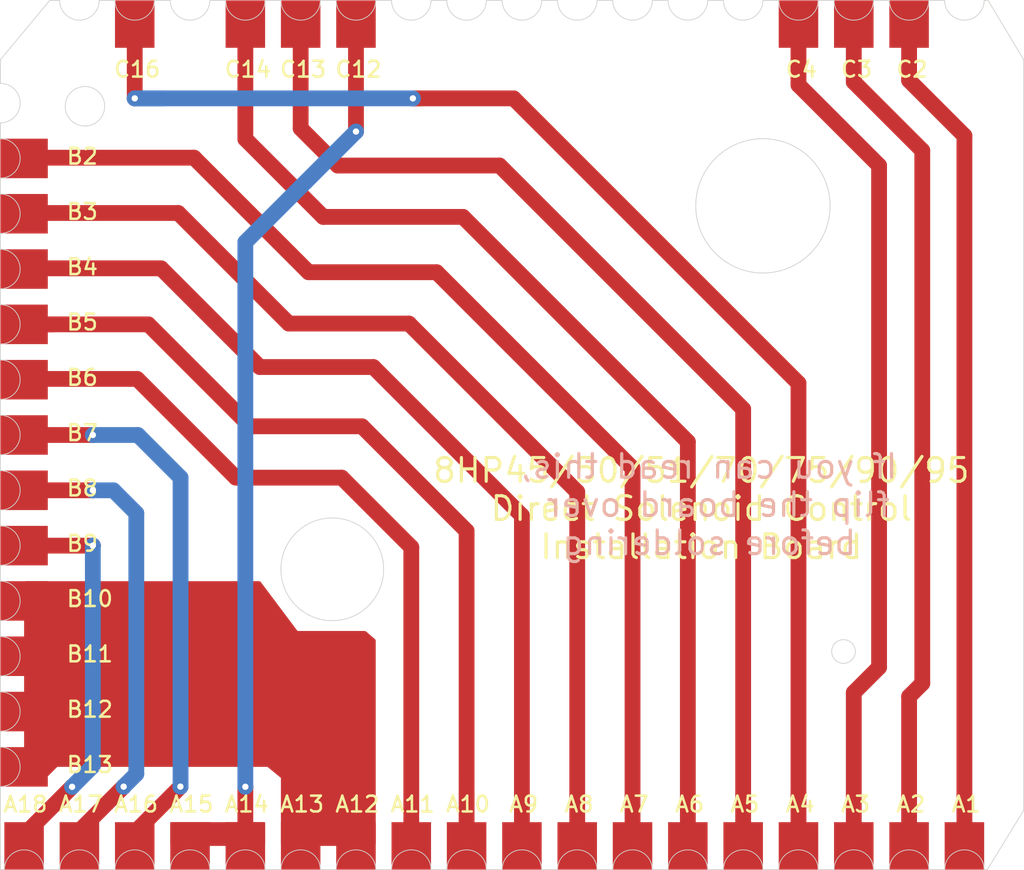
<source format=kicad_pcb>
(kicad_pcb (version 20241229) (generator "pcbnew") (generator_version "9.0")
  (layers (0 "F.Cu" signal) (2 "B.Cu" signal) (13 "F.Paste" user) (15 "B.Paste" user) (5 "F.SilkS" user "F.Silkscreen") (7 "B.SilkS" user "B.Silkscreen") (1 "F.Mask" user) (3 "B.Mask" user) (25 "Edge.Cuts" user))
  (net 0 "")
  (net 1 "Net-(8hpTCU1-PadA14)")
  (net 2 "Net-(8hpTCU1-PadA12)")
  (net 3 "Net-(8hpTCU1-PadA5)")
  (net 4 "Net-(8hpTCU1-PadA8)")
  (net 5 "Net-(8hpTCU1-PadA7)")
  (net 6 "Net-(8hpTCU1-PadA16)")
  (net 7 "Net-(8hpTCU1-PadA11)")
  (net 8 "Net-(8hpTCU1-PadA10)")
  (net 9 "Net-(8hpTCU1-PadA18)")
  (net 10 "Net-(8hpTCU1-PadA4)")
  (net 11 "Net-(8hpTCU1-PadA3)")
  (net 12 "Net-(8hpTCU1-PadA1)")
  (net 13 "Net-(8hpTCU1-PadA17)")
  (net 14 "Net-(8hpTCU1-PadA6)")
  (net 15 "Net-(8hpTCU1-PadA2)")
  (net 16 "Net-(8hpTCU1-PadA9)")
  (footprint "8hpTCU:8hpTCU" (layer "F.Cu") (at 176.4 105.8)
    (property "Reference" "8hpTCU1" (hide yes))
    (property "Value" "~" (hide yes))
    (fp_line (start -36 -13.25) (end -36 -11.75) (stroke (width 0.05)) (layer "Edge.Cuts"))
    (fp_line (start -36 -8.25) (end -36 -9.25) (stroke (width 0.05)) (layer "Edge.Cuts"))
    (fp_line (start -36 -4.75) (end -36 -5.75) (stroke (width 0.05)) (layer "Edge.Cuts"))
    (fp_line (start -36 -1.25) (end -36 -2.25) (stroke (width 0.05)) (layer "Edge.Cuts"))
    (fp_line (start -36 2.25) (end -36 1.25) (stroke (width 0.05)) (layer "Edge.Cuts"))
    (fp_line (start -36 5.75) (end -36 4.75) (stroke (width 0.05)) (layer "Edge.Cuts"))
    (fp_line (start -36 9.25) (end -36 8.25) (stroke (width 0.05)) (layer "Edge.Cuts"))
    (fp_line (start -36 12.75) (end -36 11.75) (stroke (width 0.05)) (layer "Edge.Cuts"))
    (fp_line (start -36 16.25) (end -36 15.25) (stroke (width 0.05)) (layer "Edge.Cuts"))
    (fp_line (start -36 19.75) (end -36 18.75) (stroke (width 0.05)) (layer "Edge.Cuts"))
    (fp_line (start -36 23.25) (end -36 22.25) (stroke (width 0.05)) (layer "Edge.Cuts"))
    (fp_line (start -36 26.75) (end -36 25.75) (stroke (width 0.05)) (layer "Edge.Cuts"))
    (fp_line (start -36 30.25) (end -36 29.25) (stroke (width 0.05)) (layer "Edge.Cuts"))
    (fp_line (start -36 38) (end -36 32.75) (stroke (width 0.05)) (layer "Edge.Cuts"))
    (fp_line (start -36 38) (end -35.75 38) (stroke (width 0.05)) (layer "Edge.Cuts"))
    (fp_line (start -33.5 -16.25) (end -36 -13.25) (stroke (width 0.05)) (layer "Edge.Cuts"))
    (fp_line (start -33.5 -16.25) (end -32.875 -17) (stroke (width 0.05)) (layer "Edge.Cuts"))
    (fp_line (start -33.25 38) (end -32.25 38) (stroke (width 0.05)) (layer "Edge.Cuts"))
    (fp_line (start -32.875 -17) (end -32.25 -17) (stroke (width 0.05)) (layer "Edge.Cuts"))
    (fp_line (start -29.75 -17) (end -28.75 -17) (stroke (width 0.05)) (layer "Edge.Cuts"))
    (fp_line (start -29.75 38) (end -28.75 38) (stroke (width 0.05)) (layer "Edge.Cuts"))
    (fp_line (start -26.25 -17) (end -25.25 -17) (stroke (width 0.05)) (layer "Edge.Cuts"))
    (fp_line (start -26.25 38) (end -25.25 38) (stroke (width 0.05)) (layer "Edge.Cuts"))
    (fp_line (start -22.75 -17) (end -21.75 -17) (stroke (width 0.05)) (layer "Edge.Cuts"))
    (fp_line (start -22.75 38) (end -21.75 38) (stroke (width 0.05)) (layer "Edge.Cuts"))
    (fp_line (start -19.25 -17) (end -18.25 -17) (stroke (width 0.05)) (layer "Edge.Cuts"))
    (fp_line (start -19.25 38) (end -18.25 38) (stroke (width 0.05)) (layer "Edge.Cuts"))
    (fp_line (start -15.75 -17) (end -14.75 -17) (stroke (width 0.05)) (layer "Edge.Cuts"))
    (fp_line (start -15.75 38) (end -14.75 38) (stroke (width 0.05)) (layer "Edge.Cuts"))
    (fp_line (start -12.25 -17) (end -11.25 -17) (stroke (width 0.05)) (layer "Edge.Cuts"))
    (fp_line (start -12.25 38) (end -11.25 38) (stroke (width 0.05)) (layer "Edge.Cuts"))
    (fp_line (start -8.75 -17) (end -7.75 -17) (stroke (width 0.05)) (layer "Edge.Cuts"))
    (fp_line (start -8.75 38) (end -7.75 38) (stroke (width 0.05)) (layer "Edge.Cuts"))
    (fp_line (start -5.25 -17) (end -4.25 -17) (stroke (width 0.05)) (layer "Edge.Cuts"))
    (fp_line (start -5.25 38) (end -4.25 38) (stroke (width 0.05)) (layer "Edge.Cuts"))
    (fp_line (start -1.75 -17) (end -0.75 -17) (stroke (width 0.05)) (layer "Edge.Cuts"))
    (fp_line (start -1.75 38) (end -0.75 38) (stroke (width 0.05)) (layer "Edge.Cuts"))
    (fp_line (start 1.75 -17) (end 2.75 -17) (stroke (width 0.05)) (layer "Edge.Cuts"))
    (fp_line (start 1.75 38) (end 2.75 38) (stroke (width 0.05)) (layer "Edge.Cuts"))
    (fp_line (start 5.25 -17) (end 6.25 -17) (stroke (width 0.05)) (layer "Edge.Cuts"))
    (fp_line (start 5.25 38) (end 6.25 38) (stroke (width 0.05)) (layer "Edge.Cuts"))
    (fp_line (start 8.75 -17) (end 9.75 -17) (stroke (width 0.05)) (layer "Edge.Cuts"))
    (fp_line (start 8.75 38) (end 9.75 38) (stroke (width 0.05)) (layer "Edge.Cuts"))
    (fp_line (start 12.25 -17) (end 13.25 -17) (stroke (width 0.05)) (layer "Edge.Cuts"))
    (fp_line (start 12.25 38) (end 13.25 38) (stroke (width 0.05)) (layer "Edge.Cuts"))
    (fp_line (start 15.75 -17) (end 16.75 -17) (stroke (width 0.05)) (layer "Edge.Cuts"))
    (fp_line (start 15.75 38) (end 16.75 38) (stroke (width 0.05)) (layer "Edge.Cuts"))
    (fp_line (start 19.25 -17) (end 20.25 -17) (stroke (width 0.05)) (layer "Edge.Cuts"))
    (fp_line (start 19.25 38) (end 20.25 38) (stroke (width 0.05)) (layer "Edge.Cuts"))
    (fp_line (start 22.75 -17) (end 23.75 -17) (stroke (width 0.05)) (layer "Edge.Cuts"))
    (fp_line (start 22.75 38) (end 23.75 38) (stroke (width 0.05)) (layer "Edge.Cuts"))
    (fp_line (start 26.25 -17) (end 26.5 -17) (stroke (width 0.05)) (layer "Edge.Cuts"))
    (fp_line (start 26.45 38) (end 26.25 38) (stroke (width 0.05)) (layer "Edge.Cuts"))
    (fp_line (start 28.75 -13.25) (end 26.5 -17) (stroke (width 0.05)) (layer "Edge.Cuts"))
    (fp_line (start 28.75 -13.25) (end 28.75 34.25) (stroke (width 0.05)) (layer "Edge.Cuts"))
    (fp_line (start 28.75 34.25) (end 26.45 38) (stroke (width 0.05)) (layer "Edge.Cuts"))
    (fp_arc (start -36 -11.75) (mid -34.75 -10.5) (end -36 -9.25) (stroke (width 0.05)) (layer "Edge.Cuts"))
    (fp_arc (start -36 -8.25) (mid -34.75 -7) (end -36 -5.75) (stroke (width 0.05)) (layer "Edge.Cuts"))
    (fp_arc (start -36 -4.75) (mid -34.75 -3.5) (end -36 -2.25) (stroke (width 0.05)) (layer "Edge.Cuts"))
    (fp_arc (start -36 -1.25) (mid -34.75 0) (end -36 1.25) (stroke (width 0.05)) (layer "Edge.Cuts"))
    (fp_arc (start -36 2.25) (mid -34.75 3.5) (end -36 4.75) (stroke (width 0.05)) (layer "Edge.Cuts"))
    (fp_arc (start -36 5.75) (mid -34.75 7) (end -36 8.25) (stroke (width 0.05)) (layer "Edge.Cuts"))
    (fp_arc (start -36 9.25) (mid -34.75 10.5) (end -36 11.75) (stroke (width 0.05)) (layer "Edge.Cuts"))
    (fp_arc (start -36 12.75) (mid -34.75 14) (end -36 15.25) (stroke (width 0.05)) (layer "Edge.Cuts"))
    (fp_arc (start -36 16.25) (mid -34.75 17.5) (end -36 18.75) (stroke (width 0.05)) (layer "Edge.Cuts"))
    (fp_arc (start -36 19.75) (mid -34.75 21) (end -36 22.25) (stroke (width 0.05)) (layer "Edge.Cuts"))
    (fp_arc (start -36 23.25) (mid -34.75 24.5) (end -36 25.75) (stroke (width 0.05)) (layer "Edge.Cuts"))
    (fp_arc (start -36 26.75) (mid -34.75 28) (end -36 29.25) (stroke (width 0.05)) (layer "Edge.Cuts"))
    (fp_arc (start -36 30.25) (mid -34.75 31.5) (end -36 32.75) (stroke (width 0.05)) (layer "Edge.Cuts"))
    (fp_arc (start -35.75 38) (mid -34.5 36.75) (end -33.25 38) (stroke (width 0.05)) (layer "Edge.Cuts"))
    (fp_arc (start -32.25 38) (mid -31 36.75) (end -29.75 38) (stroke (width 0.05)) (layer "Edge.Cuts"))
    (fp_arc (start -29.75 -17) (mid -31 -15.75) (end -32.25 -17) (stroke (width 0.05)) (layer "Edge.Cuts"))
    (fp_arc (start -28.75 38) (mid -27.5 36.75) (end -26.25 38) (stroke (width 0.05)) (layer "Edge.Cuts"))
    (fp_arc (start -26.25 -17) (mid -27.5 -15.75) (end -28.75 -17) (stroke (width 0.05)) (layer "Edge.Cuts"))
    (fp_arc (start -25.25 38) (mid -24 36.75) (end -22.75 38) (stroke (width 0.05)) (layer "Edge.Cuts"))
    (fp_arc (start -22.75 -17) (mid -24 -15.75) (end -25.25 -17) (stroke (width 0.05)) (layer "Edge.Cuts"))
    (fp_arc (start -21.75 38) (mid -20.5 36.75) (end -19.25 38) (stroke (width 0.05)) (layer "Edge.Cuts"))
    (fp_arc (start -19.25 -17) (mid -20.5 -15.75) (end -21.75 -17) (stroke (width 0.05)) (layer "Edge.Cuts"))
    (fp_arc (start -18.25 38) (mid -17 36.75) (end -15.75 38) (stroke (width 0.05)) (layer "Edge.Cuts"))
    (fp_arc (start -15.75 -17) (mid -17 -15.75) (end -18.25 -17) (stroke (width 0.05)) (layer "Edge.Cuts"))
    (fp_arc (start -14.75 38) (mid -13.5 36.75) (end -12.25 38) (stroke (width 0.05)) (layer "Edge.Cuts"))
    (fp_arc (start -12.25 -17) (mid -13.5 -15.75) (end -14.75 -17) (stroke (width 0.05)) (layer "Edge.Cuts"))
    (fp_arc (start -11.25 38) (mid -10 36.75) (end -8.75 38) (stroke (width 0.05)) (layer "Edge.Cuts"))
    (fp_arc (start -8.75 -17) (mid -10 -15.75) (end -11.25 -17) (stroke (width 0.05)) (layer "Edge.Cuts"))
    (fp_arc (start -7.75 38) (mid -6.5 36.75) (end -5.25 38) (stroke (width 0.05)) (layer "Edge.Cuts"))
    (fp_arc (start -5.25 -17) (mid -6.5 -15.75) (end -7.75 -17) (stroke (width 0.05)) (layer "Edge.Cuts"))
    (fp_arc (start -4.25 38) (mid -3 36.75) (end -1.75 38) (stroke (width 0.05)) (layer "Edge.Cuts"))
    (fp_arc (start -1.75 -17) (mid -3 -15.75) (end -4.25 -17) (stroke (width 0.05)) (layer "Edge.Cuts"))
    (fp_arc (start -0.75 38) (mid 0.5 36.75) (end 1.75 38) (stroke (width 0.05)) (layer "Edge.Cuts"))
    (fp_arc (start 1.75 -17) (mid 0.5 -15.75) (end -0.75 -17) (stroke (width 0.05)) (layer "Edge.Cuts"))
    (fp_arc (start 2.75 38) (mid 4 36.75) (end 5.25 38) (stroke (width 0.05)) (layer "Edge.Cuts"))
    (fp_arc (start 5.25 -17) (mid 4 -15.75) (end 2.75 -17) (stroke (width 0.05)) (layer "Edge.Cuts"))
    (fp_arc (start 6.25 38) (mid 7.5 36.75) (end 8.75 38) (stroke (width 0.05)) (layer "Edge.Cuts"))
    (fp_arc (start 8.75 -17) (mid 7.5 -15.75) (end 6.25 -17) (stroke (width 0.05)) (layer "Edge.Cuts"))
    (fp_arc (start 9.75 38) (mid 11 36.75) (end 12.25 38) (stroke (width 0.05)) (layer "Edge.Cuts"))
    (fp_arc (start 12.25 -17) (mid 11 -15.75) (end 9.75 -17) (stroke (width 0.05)) (layer "Edge.Cuts"))
    (fp_arc (start 13.25 38) (mid 14.5 36.75) (end 15.75 38) (stroke (width 0.05)) (layer "Edge.Cuts"))
    (fp_arc (start 15.75 -17) (mid 14.5 -15.75) (end 13.25 -17) (stroke (width 0.05)) (layer "Edge.Cuts"))
    (fp_arc (start 16.75 38) (mid 18 36.75) (end 19.25 38) (stroke (width 0.05)) (layer "Edge.Cuts"))
    (fp_arc (start 19.25 -17) (mid 18 -15.75) (end 16.75 -17) (stroke (width 0.05)) (layer "Edge.Cuts"))
    (fp_arc (start 20.25 38) (mid 21.5 36.75) (end 22.75 38) (stroke (width 0.05)) (layer "Edge.Cuts"))
    (fp_arc (start 22.75 -17) (mid 21.5 -15.75) (end 20.25 -17) (stroke (width 0.05)) (layer "Edge.Cuts"))
    (fp_arc (start 23.75 38) (mid 25 36.75) (end 26.25 38) (stroke (width 0.05)) (layer "Edge.Cuts"))
    (fp_arc (start 26.25 -17) (mid 25 -15.75) (end 23.75 -17) (stroke (width 0.05)) (layer "Edge.Cuts"))
    (fp_circle (center -15 19) (end -11.75 19) (stroke (width 0.05)) (fill no) (layer "Edge.Cuts"))
    (fp_circle (center 12.25 -4) (end 12.25 -8.25) (stroke (width 0.05)) (fill no) (layer "Edge.Cuts"))
    (pad "A1" smd custom (at 25 36.5) (size 2.5 3) (layers "F.Cu" "F.Mask" "F.Paste") (net 12 "Net-(8hpTCU1-PadA1)") (options (clearance outline) (anchor rect)) (primitives))
    (pad "A2" smd custom (at 21.5 36.5) (size 2.5 3) (layers "F.Cu" "F.Mask" "F.Paste") (net 15 "Net-(8hpTCU1-PadA2)") (options (clearance outline) (anchor rect)) (primitives))
    (pad "A3" smd custom (at 18 36.5) (size 2.5 3) (layers "F.Cu" "F.Mask" "F.Paste") (net 11 "Net-(8hpTCU1-PadA3)") (options (clearance outline) (anchor rect)) (primitives))
    (pad "A4" smd custom (at 14.5 36.5) (size 2.5 3) (layers "F.Cu" "F.Mask" "F.Paste") (net 10 "Net-(8hpTCU1-PadA4)") (options (clearance outline) (anchor rect)) (primitives))
    (pad "A5" smd custom (at 11 36.5) (size 2.5 3) (layers "F.Cu" "F.Mask" "F.Paste") (net 3 "Net-(8hpTCU1-PadA5)") (options (clearance outline) (anchor rect)) (primitives))
    (pad "A6" smd custom (at 7.5 36.5) (size 2.5 3) (layers "F.Cu" "F.Mask" "F.Paste") (net 14 "Net-(8hpTCU1-PadA6)") (options (clearance outline) (anchor rect)) (primitives))
    (pad "A7" smd custom (at 4 36.5) (size 2.5 3) (layers "F.Cu" "F.Mask" "F.Paste") (net 5 "Net-(8hpTCU1-PadA7)") (options (clearance outline) (anchor rect)) (primitives))
    (pad "A8" smd custom (at 0.5 36.5) (size 2.5 3) (layers "F.Cu" "F.Mask" "F.Paste") (net 4 "Net-(8hpTCU1-PadA8)") (options (clearance outline) (anchor rect)) (primitives))
    (pad "A9" smd custom (at -3 36.5) (size 2.5 3) (layers "F.Cu" "F.Mask" "F.Paste") (net 16 "Net-(8hpTCU1-PadA9)") (options (clearance outline) (anchor rect)) (primitives))
    (pad "A10" smd custom (at -6.5 36.5) (size 2.5 3) (layers "F.Cu" "F.Mask" "F.Paste") (net 8 "Net-(8hpTCU1-PadA10)") (options (clearance outline) (anchor rect)) (primitives))
    (pad "A11" smd custom (at -10 36.5) (size 2.5 3) (layers "F.Cu" "F.Mask" "F.Paste") (net 7 "Net-(8hpTCU1-PadA11)") (options (clearance outline) (anchor rect)) (primitives))
    (pad "A12" smd custom (at -13.5 36.5) (size 2.5 3) (layers "F.Cu" "F.Mask" "F.Paste") (net 2 "Net-(8hpTCU1-PadA12)") (options (clearance outline) (anchor rect)) (primitives))
    (pad "A13" smd custom (at -17 36.5) (size 2.5 3) (layers "F.Cu" "F.Mask" "F.Paste") (net 2 "Net-(8hpTCU1-PadA12)") (options (clearance outline) (anchor rect)) (primitives))
    (pad "A14" smd custom (at -20.5 36.5) (size 2.5 3) (layers "F.Cu" "F.Mask" "F.Paste") (net 1 "Net-(8hpTCU1-PadA14)") (options (clearance outline) (anchor rect)) (primitives))
    (pad "A15" smd custom (at -24 36.5) (size 2.5 3) (layers "F.Cu" "F.Mask" "F.Paste") (net 1 "Net-(8hpTCU1-PadA14)") (options (clearance outline) (anchor rect)) (primitives))
    (pad "A16" smd custom (at -27.5 36.5) (size 2.5 3) (layers "F.Cu" "F.Mask" "F.Paste") (net 6 "Net-(8hpTCU1-PadA16)") (options (clearance outline) (anchor rect)) (primitives))
    (pad "A17" smd custom (at -31 36.5) (size 2.5 3) (layers "F.Cu" "F.Mask" "F.Paste") (net 13 "Net-(8hpTCU1-PadA17)") (options (clearance outline) (anchor rect)) (primitives))
    (pad "A18" smd custom (at -34.5 36.5) (size 2.5 3) (layers "F.Cu" "F.Mask" "F.Paste") (net 9 "Net-(8hpTCU1-PadA18)") (options (clearance outline) (anchor rect)) (primitives))
    (pad "B2" smd custom (at -34.5 -7 90) (size 2.5 3) (layers "F.Cu" "F.Mask" "F.Paste") (net 5 "Net-(8hpTCU1-PadA7)") (options (clearance outline) (anchor rect)) (primitives))
    (pad "B3" smd custom (at -34.5 -3.5 90) (size 2.5 3) (layers "F.Cu" "F.Mask" "F.Paste") (net 4 "Net-(8hpTCU1-PadA8)") (options (clearance outline) (anchor rect)) (primitives))
    (pad "B4" smd custom (at -34.5 0 90) (size 2.5 3) (layers "F.Cu" "F.Mask" "F.Paste") (net 16 "Net-(8hpTCU1-PadA9)") (options (clearance outline) (anchor rect)) (primitives))
    (pad "B5" smd custom (at -34.5 3.5 90) (size 2.5 3) (layers "F.Cu" "F.Mask" "F.Paste") (net 8 "Net-(8hpTCU1-PadA10)") (options (clearance outline) (anchor rect)) (primitives))
    (pad "B6" smd custom (at -34.5 7 90) (size 2.5 3) (layers "F.Cu" "F.Mask" "F.Paste") (net 7 "Net-(8hpTCU1-PadA11)") (options (clearance outline) (anchor rect)) (primitives))
    (pad "B7" smd custom (at -34.5 10.5 90) (size 2.5 3) (layers "F.Cu" "F.Mask" "F.Paste") (net 6 "Net-(8hpTCU1-PadA16)") (options (clearance outline) (anchor rect)) (primitives))
    (pad "B8" smd custom (at -34.5 14 90) (size 2.5 3) (layers "F.Cu" "F.Mask" "F.Paste") (net 13 "Net-(8hpTCU1-PadA17)") (options (clearance outline) (anchor rect)) (primitives))
    (pad "B9" smd custom (at -34.5 17.5 90) (size 2.5 3) (layers "F.Cu" "F.Mask" "F.Paste") (net 9 "Net-(8hpTCU1-PadA18)") (options (clearance outline) (anchor rect)) (primitives))
    (pad "B10" smd custom (at -34.5 21 90) (size 2.5 3) (layers "F.Cu" "F.Mask" "F.Paste") (net 2 "Net-(8hpTCU1-PadA12)") (options (clearance outline) (anchor rect)) (primitives))
    (pad "B11" smd custom (at -34.5 24.5 90) (size 2.5 3) (layers "F.Cu" "F.Mask" "F.Paste") (net 2 "Net-(8hpTCU1-PadA12)") (options (clearance outline) (anchor rect)) (primitives))
    (pad "B12" smd custom (at -34.5 28 90) (size 2.5 3) (layers "F.Cu" "F.Mask" "F.Paste") (net 2 "Net-(8hpTCU1-PadA12)") (options (clearance outline) (anchor rect)) (primitives))
    (pad "B13" smd custom (at -34.5 31.5 90) (size 2.5 3) (layers "F.Cu" "F.Mask" "F.Paste") (net 2 "Net-(8hpTCU1-PadA12)") (options (clearance outline) (anchor rect)) (primitives))
    (pad "C2" smd custom (at 21.5 -15.5) (size 2.5 3) (layers "F.Cu" "F.Mask" "F.Paste") (net 12 "Net-(8hpTCU1-PadA1)") (options (clearance outline) (anchor rect)) (primitives))
    (pad "C3" smd custom (at 18 -15.5) (size 2.5 3) (layers "F.Cu" "F.Mask" "F.Paste") (net 15 "Net-(8hpTCU1-PadA2)") (options (clearance outline) (anchor rect)) (primitives))
    (pad "C4" smd custom (at 14.5 -15.5) (size 2.5 3) (layers "F.Cu" "F.Mask" "F.Paste") (net 11 "Net-(8hpTCU1-PadA3)") (options (clearance outline) (anchor rect)) (primitives))
    (pad "C12" smd custom (at -13.5 -15.5) (size 2.5 3) (layers "F.Cu" "F.Mask" "F.Paste") (net 1 "Net-(8hpTCU1-PadA14)") (options (clearance outline) (anchor rect)) (primitives))
    (pad "C13" smd custom (at -17 -15.5) (size 2.5 3) (layers "F.Cu" "F.Mask" "F.Paste") (net 3 "Net-(8hpTCU1-PadA5)") (options (clearance outline) (anchor rect)) (primitives))
    (pad "C14" smd custom (at -20.5 -15.5) (size 2.5 3) (layers "F.Cu" "F.Mask" "F.Paste") (net 14 "Net-(8hpTCU1-PadA6)") (options (clearance outline) (anchor rect)) (primitives))
    (pad "C16" smd custom (at -27.5 -15.5) (size 2.5 3) (layers "F.Cu" "F.Mask" "F.Paste") (net 10 "Net-(8hpTCU1-PadA4)") (options (clearance outline) (anchor rect)) (primitives))
  )
  (gr_circle (center 145.75 95.5) (end 147 95.5) (stroke (width 0.05)) (fill no) (layer "Edge.Cuts"))
  (gr_circle (center 193.75 130) (end 194.5 130) (stroke (width 0.05)) (fill no) (layer "Edge.Cuts"))
  (gr_text "B10" (at 144.5 127.25 0) (layer "F.SilkS") (effects (font (size 1 1) (thickness 0.16)) (justify left bottom)))
  (gr_text "A6" (at 183 140.25 0) (layer "F.SilkS") (effects (font (size 1 1) (thickness 0.16)) (justify left bottom)))
  (gr_text "A9" (at 172.5 140.25 0) (layer "F.SilkS") (effects (font (size 1 1) (thickness 0.16)) (justify left bottom)))
  (gr_text "A8" (at 176 140.25 0) (layer "F.SilkS") (effects (font (size 1 1) (thickness 0.16)) (justify left bottom)))
  (gr_text "B9" (at 144.5 123.75 0) (layer "F.SilkS") (effects (font (size 1 1) (thickness 0.16)) (justify left bottom)))
  (gr_text "B3" (at 144.5 102.75 0) (layer "F.SilkS") (effects (font (size 1 1) (thickness 0.16)) (justify left bottom)))
  (gr_text "A16" (at 147.5 140.25 0) (layer "F.SilkS") (effects (font (size 1 1) (thickness 0.16)) (justify left bottom)))
  (gr_text "A18" (at 140.5 140.25 0) (layer "F.SilkS") (effects (font (size 1 1) (thickness 0.16)) (justify left bottom)))
  (gr_text "A4" (at 190 140.25 0) (layer "F.SilkS") (effects (font (size 1 1) (thickness 0.16)) (justify left bottom)))
  (gr_text "C4" (at 190 93.75 0) (layer "F.SilkS") (effects (font (size 1 1) (thickness 0.16)) (justify left bottom)))
  (gr_text "B2" (at 144.5 99.25 0) (layer "F.SilkS") (effects (font (size 1 1) (thickness 0.16)) (justify left bottom)))
  (gr_text "A5" (at 186.5 140.25 0) (layer "F.SilkS") (effects (font (size 1 1) (thickness 0.16)) (justify left bottom)))
  (gr_text "C2" (at 197 93.75 0) (layer "F.SilkS") (effects (font (size 1 1) (thickness 0.16)) (justify left bottom)))
  (gr_text "A17" (at 144 140.25 0) (layer "F.SilkS") (effects (font (size 1 1) (thickness 0.16)) (justify left bottom)))
  (gr_text "A1" (at 200.5 140.25 0) (layer "F.SilkS") (effects (font (size 1 1) (thickness 0.16)) (justify left bottom)))
  (gr_text "C12" (at 161.5 93.75 0) (layer "F.SilkS") (effects (font (size 1 1) (thickness 0.16)) (justify left bottom)))
  (gr_text "A2" (at 197 140.25 0) (layer "F.SilkS") (effects (font (size 1 1) (thickness 0.16)) (justify left bottom)))
  (gr_text "C14" (at 154.5 93.75 0) (layer "F.SilkS") (effects (font (size 1 1) (thickness 0.16)) (justify left bottom)))
  (gr_text "B5" (at 144.5 109.75 0) (layer "F.SilkS") (effects (font (size 1 1) (thickness 0.16)) (justify left bottom)))
  (gr_text "B13" (at 144.5 137.75 0) (layer "F.SilkS") (effects (font (size 1 1) (thickness 0.16)) (justify left bottom)))
  (gr_text "A10" (at 168.5 140.25 0) (layer "F.SilkS") (effects (font (size 1 1) (thickness 0.16)) (justify left bottom)))
  (gr_text "C13" (at 158 93.75 0) (layer "F.SilkS") (effects (font (size 1 1) (thickness 0.16)) (justify left bottom)))
  (gr_text "A12" (at 161.5 140.25 0) (layer "F.SilkS") (effects (font (size 1 1) (thickness 0.16)) (justify left bottom)))
  (gr_text "C3" (at 193.5 93.75 0) (layer "F.SilkS") (effects (font (size 1 1) (thickness 0.16)) (justify left bottom)))
  (gr_text "B11" (at 144.5 130.75 0) (layer "F.SilkS") (effects (font (size 1 1) (thickness 0.16)) (justify left bottom)))
  (gr_text "A7" (at 179.5 140.25 0) (layer "F.SilkS") (effects (font (size 1 1) (thickness 0.16)) (justify left bottom)))
  (gr_text "B12" (at 144.5 134.25 0) (layer "F.SilkS") (effects (font (size 1 1) (thickness 0.16)) (justify left bottom)))
  (gr_text "A3" (at 193.5 140.25 0) (layer "F.SilkS") (effects (font (size 1 1) (thickness 0.16)) (justify left bottom)))
  (gr_text "A15" (at 151 140.25 0) (layer "F.SilkS") (effects (font (size 1 1) (thickness 0.16)) (justify left bottom)))
  (gr_text "A11" (at 165 140.25 0) (layer "F.SilkS") (effects (font (size 1 1) (thickness 0.16)) (justify left bottom)))
  (gr_text "A13" (at 158 140.25 0) (layer "F.SilkS") (effects (font (size 1 1) (thickness 0.16)) (justify left bottom)))
  (gr_text "B4" (at 144.5 106.25 0) (layer "F.SilkS") (effects (font (size 1 1) (thickness 0.16)) (justify left bottom)))
  (gr_text "A14" (at 154.5 140.25 0) (layer "F.SilkS") (effects (font (size 1 1) (thickness 0.16)) (justify left bottom)))
  (gr_text "B7" (at 144.5 116.75 0) (layer "F.SilkS") (effects (font (size 1 1) (thickness 0.16)) (justify left bottom)))
  (gr_text "8HP45/50/51/70/75/90/95\nDirect Solenoid Control\nInstallation Board" (at 184.75 124.25 0) (layer "F.SilkS") (effects (font (size 1.5 1.5) (thickness 0.2)) (justify bottom)))
  (gr_text "B6" (at 144.5 113.25 0) (layer "F.SilkS") (effects (font (size 1 1) (thickness 0.16)) (justify left bottom)))
  (gr_text "B8" (at 144.5 120.25 0) (layer "F.SilkS") (effects (font (size 1 1) (thickness 0.16)) (justify left bottom)))
  (gr_text "C16" (at 147.5 93.75 0) (layer "F.SilkS") (effects (font (size 1 1) (thickness 0.16)) (justify left bottom)))
  (gr_text "If you can read this,\nflip the board over \nbefore soldering" (at 185.25 124 0) (layer "B.SilkS") (effects (font (size 1.5 1.5) (thickness 0.2)) (justify bottom mirror)))
  (segment (start 162.9 90.573448) (end 162.946762 90.565203) (width 1) (layer "F.Cu") (net 1))
  (segment (start 155.9 142.3) (end 155.9 138.56) (width 1) (layer "F.Cu") (net 1))
  (segment (start 162.9 97.1) (end 162.9 90.573448) (width 1) (layer "F.Cu") (net 1))
  (via blind (at 155.9 138.56) (size 1) (drill 0.4) (layers "F.Cu" "B.Cu") (net 1))
  (via blind (at 162.9 97.1) (size 1) (drill 0.4) (layers "F.Cu" "B.Cu") (net 1))
  (segment (start 155.9 138.56) (end 155.9 104.1) (width 1) (layer "B.Cu") (net 1))
  (segment (start 155.9 104.1) (end 162.9 97.1) (width 1) (layer "B.Cu") (net 1))
  (segment (start 159.4 90.611965) (end 159.446762 90.565203) (width 1) (layer "F.Cu") (net 3))
  (segment (start 161.75 99.25) (end 159.4 96.9) (width 1) (layer "F.Cu") (net 3))
  (segment (start 187.4 142.3) (end 187.4 114.662887) (width 1) (layer "F.Cu") (net 3))
  (segment (start 159.4 96.9) (end 159.4 90.611965) (width 1) (layer "F.Cu") (net 3))
  (segment (start 171.987113 99.25) (end 161.75 99.25) (width 1) (layer "F.Cu") (net 3))
  (segment (start 187.4 114.662887) (end 171.987113 99.25) (width 1) (layer "F.Cu") (net 3))
  (segment (start 176.9 142.3) (end 176.9 119.9) (width 1) (layer "F.Cu") (net 4))
  (segment (start 151.653238 102.253238) (end 142.165203 102.253238) (width 1) (layer "F.Cu") (net 4))
  (segment (start 176.9 119.9) (end 166.25 109.25) (width 1) (layer "F.Cu") (net 4))
  (segment (start 166.25 109.25) (end 158.65 109.25) (width 1) (layer "F.Cu") (net 4))
  (segment (start 158.65 109.25) (end 151.653238 102.253238) (width 1) (layer "F.Cu") (net 4))
  (segment (start 168 106) (end 159.9 106) (width 1) (layer "F.Cu") (net 5))
  (segment (start 180.4 142.3) (end 180.4 118.4) (width 1) (layer "F.Cu") (net 5))
  (segment (start 159.9 106) (end 152.653238 98.753238) (width 1) (layer "F.Cu") (net 5))
  (segment (start 180.4 118.4) (end 168 106) (width 1) (layer "F.Cu") (net 5))
  (segment (start 152.653238 98.753238) (end 142.165203 98.753238) (width 1) (layer "F.Cu") (net 5))
  (segment (start 151.8 138.55) (end 151.79 138.55) (width 1) (layer "F.Cu") (net 6))
  (segment (start 148.9 141.45) (end 151.8 138.55) (width 1) (layer "F.Cu") (net 6))
  (segment (start 146.25 116.3) (end 142.155815 116.3) (width 1) (layer "F.Cu") (net 6))
  (segment (start 142.155815 116.3) (end 142.165202 116.346763) (width 1) (layer "F.Cu") (net 6))
  (segment (start 148.9 142.3) (end 148.9 141.45) (width 1) (layer "F.Cu") (net 6))
  (via blind (at 146.25 116.3) (size 1) (drill 0.4) (layers "F.Cu" "B.Cu") (net 6))
  (via blind (at 151.79 138.55) (size 1) (drill 0.4) (layers "F.Cu" "B.Cu") (net 6))
  (segment (start 151.79 138.55) (end 151.8 138.54) (width 1) (layer "B.Cu") (net 6))
  (segment (start 151.8 138.54) (end 151.8 119) (width 1) (layer "B.Cu") (net 6))
  (segment (start 146.25 116.3) (end 149.1 116.3) (width 1) (layer "B.Cu") (net 6))
  (segment (start 149.1 116.3) (end 151.8 119) (width 1) (layer "B.Cu") (net 6))
  (segment (start 162 119) (end 155.3 119) (width 1) (layer "F.Cu") (net 7))
  (segment (start 166.4 140.5) (end 166.4 142.3) (width 1) (layer "F.Cu") (net 7))
  (segment (start 149.05324 112.75324) (end 142.165203 112.75324) (width 1) (layer "F.Cu") (net 7))
  (segment (start 166.4 123.4) (end 162 119) (width 1) (layer "F.Cu") (net 7))
  (segment (start 166.4 140.3) (end 166.4 123.4) (width 1) (layer "F.Cu") (net 7))
  (segment (start 155.3 119) (end 149.05324 112.75324) (width 1) (layer "F.Cu") (net 7))
  (segment (start 169.9 122.373222) (end 163.276778 115.75) (width 1) (layer "F.Cu") (net 8))
  (segment (start 169.9 138.6) (end 170 138.5) (width 0.2) (layer "F.Cu") (net 8))
  (segment (start 169.9 138.4) (end 169.9 122.373222) (width 1) (layer "F.Cu") (net 8))
  (segment (start 141.9 109.3) (end 143.7 109.3) (width 1) (layer "F.Cu") (net 8))
  (segment (start 149.758731 109.3) (end 143.5 109.3) (width 1) (layer "F.Cu") (net 8))
  (segment (start 156.208731 115.75) (end 149.758731 109.3) (width 1) (layer "F.Cu") (net 8))
  (segment (start 163.276778 115.75) (end 156.208731 115.75) (width 1) (layer "F.Cu") (net 8))
  (segment (start 169.9 142.3) (end 169.9 138.6) (width 1) (layer "F.Cu") (net 8))
  (segment (start 144.93628 138.56372) (end 144.93628 138.558895) (width 1) (layer "F.Cu") (net 9))
  (segment (start 141.9 141.6) (end 144.93628 138.56372) (width 1) (layer "F.Cu") (net 9))
  (segment (start 142.173448 123.3) (end 142.165203 123.253238) (width 1) (layer "F.Cu") (net 9))
  (segment (start 146.25 123.3) (end 142.173448 123.3) (width 1) (layer "F.Cu") (net 9))
  (segment (start 141.9 142.3) (end 141.9 141.6) (width 1) (layer "F.Cu") (net 9))
  (via blind (at 144.93628 138.56372) (size 1) (drill 0.4) (layers "F.Cu" "B.Cu") (net 9))
  (via blind (at 146.25 123.3) (size 1) (drill 0.4) (layers "F.Cu" "B.Cu") (net 9))
  (segment (start 144.93628 138.56372) (end 146.25 137.25) (width 1) (layer "B.Cu") (net 9))
  (segment (start 146.25 137.25) (end 146.25 123.3) (width 1) (layer "B.Cu") (net 9))
  (segment (start 148.9 90.3) (end 148.9 91.8) (width 1) (layer "F.Cu") (net 10))
  (segment (start 190.9 113.025) (end 172.875 95) (width 1) (layer "F.Cu") (net 10))
  (segment (start 148.9 91.8) (end 148.9 95) (width 1) (layer "F.Cu") (net 10))
  (segment (start 172.875 95) (end 166.5 95) (width 1) (layer "F.Cu") (net 10))
  (segment (start 190.9 138.4) (end 190.9 113.025) (width 1) (layer "F.Cu") (net 10))
  (segment (start 190.9 138.6) (end 191 138.5) (width 0.2) (layer "F.Cu") (net 10))
  (segment (start 166.5 95) (end 167 95) (width 1) (layer "F.Cu") (net 10))
  (segment (start 190.9 142.3) (end 190.9 138.6) (width 1) (layer "F.Cu") (net 10))
  (via blind (at 166.5 95) (size 1) (drill 0.4) (layers "F.Cu" "B.Cu") (net 10))
  (via blind (at 148.9 95) (size 1) (drill 0.4) (layers "F.Cu" "B.Cu") (net 10))
  (segment (start 166.5 95) (end 148.9 95) (width 1) (layer "B.Cu") (net 10))
  (segment (start 148.9 95) (end 150.75 95) (width 1) (layer "B.Cu") (net 10))
  (segment (start 196 99.25) (end 190.9 94.15) (width 1) (layer "F.Cu") (net 11))
  (segment (start 196 131) (end 196 99.25) (width 1) (layer "F.Cu") (net 11))
  (segment (start 190.9 90.573448) (end 190.94676 90.565203) (width 1) (layer "F.Cu") (net 11))
  (segment (start 190.9 94.15) (end 190.9 90.573448) (width 1) (layer "F.Cu") (net 11))
  (segment (start 194.4 132.6) (end 196 131) (width 1) (layer "F.Cu") (net 11))
  (segment (start 194.4 142.3) (end 194.4 132.6) (width 1) (layer "F.Cu") (net 11))
  (segment (start 201.4 142.3) (end 201.4 97.365835) (width 1) (layer "F.Cu") (net 12))
  (segment (start 201.4 97.365835) (end 197.9 93.865835) (width 1) (layer "F.Cu") (net 12))
  (segment (start 197.9 90.555815) (end 197.946763 90.565202) (width 1) (layer "F.Cu") (net 12))
  (segment (start 197.9 93.865835) (end 197.9 90.555815) (width 1) (layer "F.Cu") (net 12))
  (segment (start 145.4 142.3) (end 145.4 142) (width 0.2) (layer "F.Cu") (net 13))
  (segment (start 145.4 141.35) (end 145.4 142) (width 1) (layer "F.Cu") (net 13))
  (segment (start 141.9 119.8) (end 146.25 119.8) (width 1) (layer "F.Cu") (net 13))
  (segment (start 148.198122 138.551878) (end 145.4 141.35) (width 1) (layer "F.Cu") (net 13))
  (segment (start 148.199446 138.551878) (end 148.198122 138.551878) (width 1) (layer "F.Cu") (net 13))
  (via blind (at 148.199446 138.551878) (size 1) (drill 0.4) (layers "F.Cu" "B.Cu") (net 13))
  (via blind (at 146.25 119.8) (size 1) (drill 0.4) (layers "F.Cu" "B.Cu") (net 13))
  (segment (start 148.199446 138.551878) (end 148.199446 138.550554) (width 1) (layer "B.Cu") (net 13))
  (segment (start 148.199446 138.550554) (end 149 137.75) (width 1) (layer "B.Cu") (net 13))
  (segment (start 149 137.75) (end 149 121.25) (width 1) (layer "B.Cu") (net 13))
  (segment (start 149 121.25) (end 147.55 119.8) (width 1) (layer "B.Cu") (net 13))
  (segment (start 147.55 119.8) (end 146.25 119.8) (width 1) (layer "B.Cu") (net 13))
  (segment (start 169.669805 102.5) (end 160.828623 102.5) (width 1) (layer "F.Cu") (net 14))
  (segment (start 183.9 116.730195) (end 169.669805 102.5) (width 1) (layer "F.Cu") (net 14))
  (segment (start 155.9 90.611965) (end 155.946762 90.565203) (width 1) (layer "F.Cu") (net 14))
  (segment (start 183.9 142.3) (end 183.9 116.730195) (width 1) (layer "F.Cu") (net 14))
  (segment (start 160.828623 102.5) (end 155.9 97.571377) (width 1) (layer "F.Cu") (net 14))
  (segment (start 155.9 97.571377) (end 155.9 90.611965) (width 1) (layer "F.Cu") (net 14))
  (segment (start 197.9 132.85) (end 198.733453 132.016547) (width 1) (layer "F.Cu") (net 15))
  (segment (start 198.733453 98.298152) (end 194.4 93.964699) (width 1) (layer "F.Cu") (net 15))
  (segment (start 198.733453 132.016547) (end 198.733453 98.298152) (width 1) (layer "F.Cu") (net 15))
  (segment (start 197.9 142.3) (end 197.9 132.85) (width 1) (layer "F.Cu") (net 15))
  (segment (start 194.4 93.964699) (end 194.4 90.611965) (width 1) (layer "F.Cu") (net 15))
  (segment (start 194.4 90.611965) (end 194.446762 90.565203) (width 1) (layer "F.Cu") (net 15))
  (segment (start 164 112) (end 156.814252 112) (width 1) (layer "F.Cu") (net 16))
  (segment (start 173.4 121.4) (end 164 112) (width 1) (layer "F.Cu") (net 16))
  (segment (start 156.814252 112) (end 150.56749 105.753238) (width 1) (layer "F.Cu") (net 16))
  (segment (start 173.4 142.3) (end 173.4 121.4) (width 1) (layer "F.Cu") (net 16))
  (segment (start 150.56749 105.753238) (end 142.165203 105.753238) (width 1) (layer "F.Cu") (net 16))
  (zone (net 2) (net_name "Net-(8hpTCU1-PadA12)") (layer "F.Cu") (connect_pads yes (clearance 0.5)) (min_thickness 0.25) (fill yes (thermal_gap 0.5) (thermal_bridge_width 0.5) (island_removal_mode 1) (island_area_min 10))
    (polygon (pts (xy 141.9 125.55) (xy 141.9 138.5) (xy 143.4 137.9) (xy 144 137.3) (xy 157.3 137.3) (xy 158.15 138) (xy 158.15 142.3) (xy 164.15 142.3) (xy 164.15 129.257143) (xy 163.5 128.7) (xy 159.2 128.7) (xy 156.8375 125.55)))
  )
  (zone (net 1) (net_name "Net-(8hpTCU1-PadA14)") (layer "F.Cu") (priority 1) (connect_pads yes (clearance 0.5)) (min_thickness 0.25) (fill yes (thermal_gap 0.5) (thermal_bridge_width 0.5) (island_removal_mode 1) (island_area_min 10))
    (polygon (pts (xy 151.15 142.3) (xy 157.15 142.3) (xy 157.15 140.8) (xy 151.15 140.8)))
  )
)
</source>
